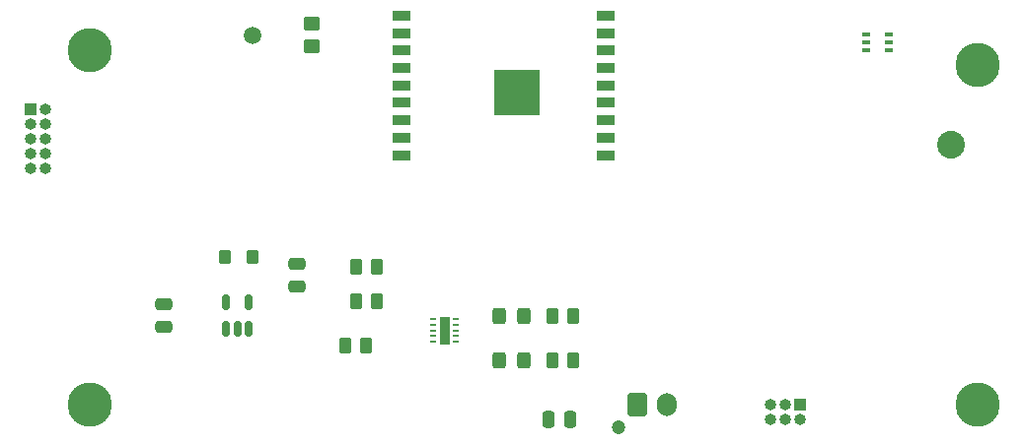
<source format=gts>
G04 #@! TF.GenerationSoftware,KiCad,Pcbnew,7.0.10*
G04 #@! TF.CreationDate,2024-04-08T00:43:02-04:00*
G04 #@! TF.ProjectId,JokerIteration1,4a6f6b65-7249-4746-9572-6174696f6e31,rev?*
G04 #@! TF.SameCoordinates,Original*
G04 #@! TF.FileFunction,Soldermask,Top*
G04 #@! TF.FilePolarity,Negative*
%FSLAX46Y46*%
G04 Gerber Fmt 4.6, Leading zero omitted, Abs format (unit mm)*
G04 Created by KiCad (PCBNEW 7.0.10) date 2024-04-08 00:43:02*
%MOMM*%
%LPD*%
G01*
G04 APERTURE LIST*
G04 Aperture macros list*
%AMRoundRect*
0 Rectangle with rounded corners*
0 $1 Rounding radius*
0 $2 $3 $4 $5 $6 $7 $8 $9 X,Y pos of 4 corners*
0 Add a 4 corners polygon primitive as box body*
4,1,4,$2,$3,$4,$5,$6,$7,$8,$9,$2,$3,0*
0 Add four circle primitives for the rounded corners*
1,1,$1+$1,$2,$3*
1,1,$1+$1,$4,$5*
1,1,$1+$1,$6,$7*
1,1,$1+$1,$8,$9*
0 Add four rect primitives between the rounded corners*
20,1,$1+$1,$2,$3,$4,$5,0*
20,1,$1+$1,$4,$5,$6,$7,0*
20,1,$1+$1,$6,$7,$8,$9,0*
20,1,$1+$1,$8,$9,$2,$3,0*%
G04 Aperture macros list end*
%ADD10C,2.387600*%
%ADD11C,1.200000*%
%ADD12RoundRect,0.250000X-0.600000X-0.750000X0.600000X-0.750000X0.600000X0.750000X-0.600000X0.750000X0*%
%ADD13O,1.700000X2.000000*%
%ADD14RoundRect,0.250000X0.250000X0.475000X-0.250000X0.475000X-0.250000X-0.475000X0.250000X-0.475000X0*%
%ADD15R,1.000000X1.000000*%
%ADD16O,1.000000X1.000000*%
%ADD17RoundRect,0.250000X-0.262500X-0.450000X0.262500X-0.450000X0.262500X0.450000X-0.262500X0.450000X0*%
%ADD18R,0.500000X0.250000*%
%ADD19R,0.840000X2.400000*%
%ADD20R,0.650000X0.400000*%
%ADD21RoundRect,0.250000X-0.325000X-0.450000X0.325000X-0.450000X0.325000X0.450000X-0.325000X0.450000X0*%
%ADD22C,3.800000*%
%ADD23RoundRect,0.250000X-0.475000X0.250000X-0.475000X-0.250000X0.475000X-0.250000X0.475000X0.250000X0*%
%ADD24C,1.500000*%
%ADD25RoundRect,0.250000X-0.450000X0.350000X-0.450000X-0.350000X0.450000X-0.350000X0.450000X0.350000X0*%
%ADD26RoundRect,0.150000X0.150000X-0.512500X0.150000X0.512500X-0.150000X0.512500X-0.150000X-0.512500X0*%
%ADD27R,1.500000X0.900000*%
%ADD28R,4.000000X4.000000*%
%ADD29RoundRect,0.250000X-0.275000X-0.350000X0.275000X-0.350000X0.275000X0.350000X-0.275000X0.350000X0*%
G04 APERTURE END LIST*
D10*
X153962100Y-98299000D03*
D11*
X125440000Y-122650000D03*
D12*
X127040000Y-120650000D03*
D13*
X129540000Y-120650000D03*
D14*
X121280000Y-121920000D03*
X119380000Y-121920000D03*
D15*
X140970000Y-120650000D03*
D16*
X140970000Y-121920000D03*
X139700000Y-120650000D03*
X139700000Y-121920000D03*
X138430000Y-120650000D03*
X138430000Y-121920000D03*
D17*
X102870000Y-111760000D03*
X104695000Y-111760000D03*
D18*
X109540000Y-113300000D03*
X109540000Y-113800000D03*
X109540000Y-114300000D03*
X109540000Y-114800000D03*
X109540000Y-115300000D03*
X111440000Y-115300000D03*
X111440000Y-114800000D03*
X111440000Y-114300000D03*
X111440000Y-113800000D03*
X111440000Y-113300000D03*
D19*
X110490000Y-114300000D03*
D15*
X74930000Y-95250000D03*
D16*
X76200000Y-95250000D03*
X74930000Y-96520000D03*
X76200000Y-96520000D03*
X74930000Y-97790000D03*
X76200000Y-97790000D03*
X74930000Y-99060000D03*
X76200000Y-99060000D03*
X74930000Y-100330000D03*
X76200000Y-100330000D03*
D20*
X148590000Y-90170000D03*
X148590000Y-89520000D03*
X148590000Y-88870000D03*
X146690000Y-88870000D03*
X146690000Y-89520000D03*
X146690000Y-90170000D03*
D21*
X115212500Y-116840000D03*
X117262500Y-116840000D03*
D22*
X80010000Y-120650000D03*
X156210000Y-120650000D03*
D17*
X119737500Y-116840000D03*
X121562500Y-116840000D03*
D23*
X97790000Y-108590000D03*
X97790000Y-110490000D03*
D24*
X93980000Y-88900000D03*
D22*
X80010000Y-90170000D03*
D25*
X99060000Y-87900000D03*
X99060000Y-89900000D03*
D22*
X156210000Y-91440000D03*
D17*
X101957500Y-115570000D03*
X103782500Y-115570000D03*
X102870000Y-108810000D03*
X104695000Y-108810000D03*
D26*
X91760000Y-114167500D03*
X92710000Y-114167500D03*
X93660000Y-114167500D03*
X93660000Y-111892500D03*
X91760000Y-111892500D03*
D17*
X119737500Y-113030000D03*
X121562500Y-113030000D03*
D27*
X106820000Y-87230000D03*
X106820000Y-88730000D03*
X106820000Y-90230000D03*
X106820000Y-91730000D03*
X106820000Y-93230000D03*
X106820000Y-94730000D03*
X106820000Y-96230000D03*
X106820000Y-97730000D03*
X106820000Y-99230000D03*
X124320000Y-99230000D03*
X124320000Y-97730000D03*
X124320000Y-96230000D03*
X124320000Y-94730000D03*
X124320000Y-93230000D03*
X124320000Y-91730000D03*
X124320000Y-90230000D03*
X124320000Y-88730000D03*
X124320000Y-87230000D03*
D28*
X116670000Y-93840000D03*
D29*
X91680000Y-107950000D03*
X93980000Y-107950000D03*
D23*
X86360000Y-112080000D03*
X86360000Y-113980000D03*
D21*
X115212500Y-113030000D03*
X117262500Y-113030000D03*
M02*

</source>
